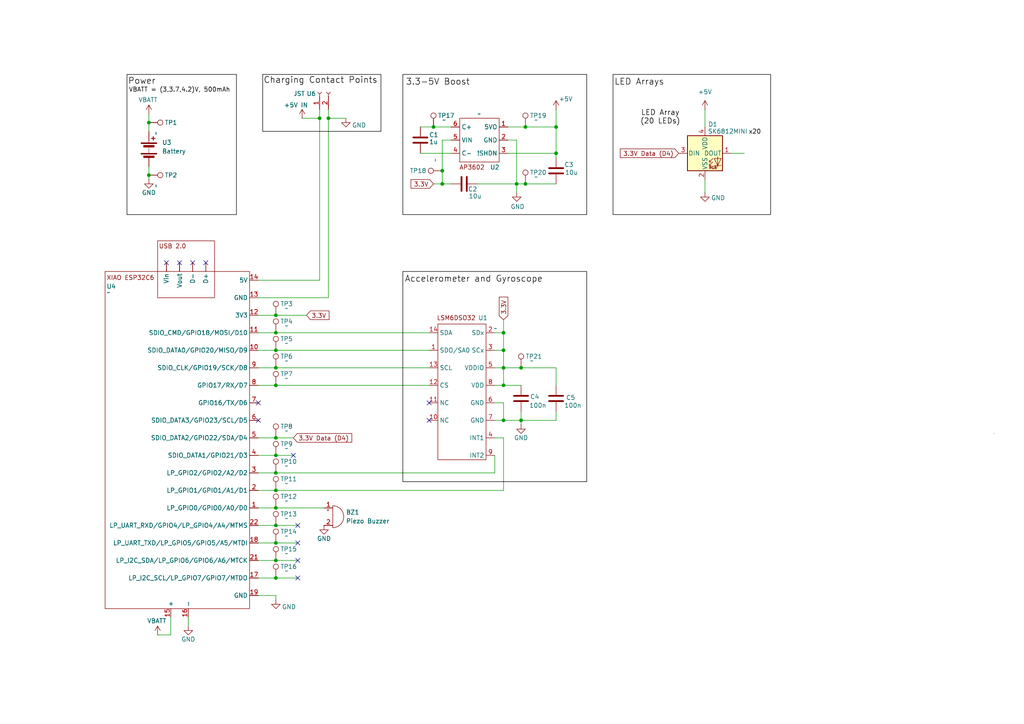
<source format=kicad_sch>
(kicad_sch (version 20231120) (generator "eeschema") (generator_version "8.0")
  (paper "A4")
  (title_block (title "LED20 Updated Schematic") (date "2024-11-06") (rev "3") (company "Team 01") (comment 1 "Schematic of LED20 prototype"))
  (lib_symbols
    (symbol "Connector:Conn_01x02_Socket" (pin_names (offset 1.016) hide)
      (property "Reference" "U6" (at 1.778 1.778 0))
      (property "Value" "JST" (at 5.842 1.778 0))
      (symbol "Conn_01x02_Socket_1_1"
        (arc (start 0 -2.032) (mid -0.5058 -2.54) (end 0 -3.048) (stroke (width 0.1524)))
        (polyline (pts (xy -1.27 -2.54) (xy -0.508 -2.54)) (stroke (width 0.1524)))
        (polyline (pts (xy -1.27 0) (xy -0.508 0)) (stroke (width 0.1524)))
        (arc (start 0 0.508) (mid -0.5058 0) (end 0 -0.508) (stroke (width 0.1524)))
        (pin power_out line (at -5.08 0 0) (length 3.81) (name "+5V_IN") (number "1"))
        (pin power_out line (at -5.08 -2.54 0) (length 3.81) (name "GND") (number "2"))
      )
    )
    (symbol "Connector:TestPoint" (pin_numbers hide) (pin_names (offset 0.762) hide)
      (property "Reference" "TP" (at 0 6.858 0))
      (property "Value" "TestPoint" (at 0 5.08 0))
      (symbol "TestPoint_0_1"
        (circle (center 0 3.302) (radius 0.762))
      )
      (symbol "TestPoint_1_1"
        (pin passive line (at 0 0 90) (length 2.54) (name "1") (number "1"))
      )
    )
    (symbol "Device:Battery" (pin_numbers hide) (pin_names (offset 0) hide)
      (property "Reference" "U3" (at 3.81 1.8416 0))
      (property "Value" "Battery" (at 3.81 -0.6984 0))
      (symbol "Battery_0_1"
        (rectangle (start -2.286 -1.27) (end 2.286 -1.524) (fill (type outline)))
        (rectangle (start -2.286 1.778) (end 2.286 1.524) (fill (type outline)))
        (rectangle (start -1.524 -2.032) (end 1.524 -2.54) (fill (type outline)))
        (rectangle (start -1.524 1.016) (end 1.524 0.508) (fill (type outline)))
        (polyline (pts (xy 0 -1.016) (xy 0 -0.762)))
        (polyline (pts (xy 0 -0.508) (xy 0 -0.254)))
        (polyline (pts (xy 0 0) (xy 0 0.254)))
        (polyline (pts (xy 0 1.778) (xy 0 2.54)))
        (polyline (pts (xy 0.762 3.048) (xy 1.778 3.048)) (stroke (width 0.254)))
        (polyline (pts (xy 1.27 3.556) (xy 1.27 2.54)) (stroke (width 0.254)))
      )
      (symbol "Battery_1_1"
        (pin power_out line (at 0 5.08 270) (length 2.54) (name "+") (number "1"))
        (pin power_out line (at 0 -5.08 90) (length 2.54) (name "-") (number "2"))
      )
    )
    (symbol "Device:Buzzer" (pin_names (offset 0.0254) hide)
      (property "Reference" "BZ" (at 3.81 1.27 0))
      (property "Value" "Buzzer" (at 3.81 -1.27 0))
      (symbol "Buzzer_0_1"
        (arc (start 0 -3.175) (mid 3.1612 0) (end 0 3.175))
        (polyline (pts (xy -1.651 1.905) (xy -1.143 1.905)))
        (polyline (pts (xy -1.397 2.159) (xy -1.397 1.651)))
        (polyline (pts (xy 0 3.175) (xy 0 -3.175)))
      )
      (symbol "Buzzer_1_1"
        (pin passive line (at -2.54 2.54 0) (length 2.54) (name "+") (number "1"))
        (pin passive line (at -2.54 -2.54 0) (length 2.54) (name "-") (number "2"))
      )
    )
    (symbol "Device:C" (pin_numbers hide) (pin_names (offset 0.254))
      (property "Reference" "C" (at 0.635 2.54 0))
      (property "Value" "C" (at 0.635 -2.54 0))
      (symbol "C_0_1"
        (polyline (pts (xy -2.032 -0.762) (xy 2.032 -0.762)) (stroke (width 0.508)))
        (polyline (pts (xy -2.032 0.762) (xy 2.032 0.762)) (stroke (width 0.508)))
      )
      (symbol "C_1_1"
        (pin passive line (at 0 3.81 270) (length 2.794) (name "~") (number "1"))
        (pin passive line (at 0 -3.81 90) (length 2.794) (name "~") (number "2"))
      )
    )
    (symbol "LED20_Library:AP3602"
      (property "Reference" "U" (at 3.302 -14.224 0))
      (symbol "AP3602_0_1"
        (rectangle (start -7.62 0) (end 3.81 -12.7))
      )
      (symbol "AP3602_1_1"
        (text "AP3602" (at -4.064 -14.224 0) (effects (font (size 1.27 1.27))))
        (pin power_out line (at 6.35 -2.54 180) (length 2.54) (name "5VO") (number "1"))
        (pin power_in line (at 6.35 -6.35 180) (length 2.54) (name "GND") (number "2"))
        (pin input line (at 6.35 -10.16 180) (length 2.54) (name "!SHDN") (number "3"))
        (pin input line (at -10.16 -10.16 0) (length 2.54) (name "C-") (number "4"))
        (pin power_in line (at -10.16 -6.35 0) (length 2.54) (name "VIN") (number "5"))
        (pin input line (at -10.16 -2.54 0) (length 2.54) (name "C+") (number "6"))
      )
    )
    (symbol "LED20_Library:LSM6DSO32"
      (property "Reference" "U1" (at 1.524 4.318 0))
      (property "Value" "~" (at 6.0041 1.27 0))
      (symbol "LSM6DSO32_0_1"
        (rectangle (start -10.16 2.54) (end 3.81 -36.83))
      )
      (symbol "LSM6DSO32_1_1"
        (text "LSM6DSO32" (at -4.826 4.318 0) (effects (font (size 1.27 1.27))))
        (pin output line (at -12.7 -5.08 0) (length 2.54) (name "SDO/SA0") (number "1"))
        (pin unspecified line (at -12.7 -25.4 0) (length 2.54) (name "NC") (number "10"))
        (pin unspecified line (at -12.7 -20.32 0) (length 2.54) (name "NC") (number "11"))
        (pin input line (at -12.7 -15.24 0) (length 2.54) (name "CS") (number "12"))
        (pin output line (at -12.7 -10.16 0) (length 2.54) (name "SCL") (number "13"))
        (pin output line (at -12.7 0 0) (length 2.54) (name "SDA") (number "14"))
        (pin power_in line (at 6.35 0 180) (length 2.54) (name "SDx") (number "2"))
        (pin power_in line (at 6.35 -5.08 180) (length 2.54) (name "SCx") (number "3"))
        (pin output line (at 6.35 -30.48 180) (length 2.54) (name "INT1") (number "4"))
        (pin power_in line (at 6.35 -10.16 180) (length 2.54) (name "VDDIO") (number "5"))
        (pin power_in line (at 6.35 -20.32 180) (length 2.54) (name "GND") (number "6"))
        (pin power_in line (at 6.35 -25.4 180) (length 2.54) (name "GND") (number "7"))
        (pin power_in line (at 6.35 -15.24 180) (length 2.54) (name "VDD") (number "8"))
        (pin output line (at 6.35 -35.56 180) (length 2.54) (name "INT2") (number "9"))
      )
    )
    (symbol "LED20_Library:XIAO_ESP32C6"
      (property "Reference" "U4" (at -24.892 28.702 0))
      (property "Value" "~" (at -25.654 26.924 0))
      (symbol "XIAO_ESP32C6_0_1"
        (rectangle (start -26.67 33.02) (end 15.24 -64.77))
        (rectangle (start -11.43 41.91) (end 5.08 25.4))
      )
      (symbol "XIAO_ESP32C6_1_1"
        (text "USB 2.0" (at -7.112 40.386 0) (effects (font (size 1.27 1.27))))
        (text "XIAO ESP32C6" (at -19.304 31.242 0) (effects (font (size 1.27 1.27))))
        (pin bidirectional line (at 2.54 35.56 270) (length 2.54) (name "D+") (number ""))
        (pin bidirectional line (at -1.27 35.56 270) (length 2.54) (name "D-") (number ""))
        (pin power_in line (at -8.89 35.56 270) (length 2.54) (name "Vin") (number ""))
        (pin power_out line (at -5.08 35.56 270) (length 2.54) (name "Vout") (number ""))
        (pin bidirectional line (at 17.78 -35.56 180) (length 2.54) (name "LP_GPIO0/GPIO0/A0/D0") (number "1"))
        (pin bidirectional line (at 17.78 10.16 180) (length 2.54) (name "SDIO_DATA0/GPIO20/MISO/D9") (number "10"))
        (pin bidirectional line (at 17.78 15.24 180) (length 2.54) (name "SDIO_CMD/GPIO18/MOSI/D10") (number "11"))
        (pin power_out line (at 17.78 20.32 180) (length 2.54) (name "3V3") (number "12"))
        (pin power_in line (at 17.78 25.4 180) (length 2.54) (name "GND") (number "13"))
        (pin power_in line (at 17.78 30.48 180) (length 2.54) (name "5V") (number "14"))
        (pin power_in line (at -7.62 -67.31 90) (length 2.54) (name "+") (number "15"))
        (pin power_in line (at -2.54 -67.31 90) (length 2.54) (name "-") (number "16"))
        (pin bidirectional line (at 17.78 -55.88 180) (length 2.54) (name "LP_I2C_SCL/LP_GPIO7/GPIO7/MTDO") (number "17"))
        (pin bidirectional line (at 17.78 -45.72 180) (length 2.54) (name "LP_UART_TXD/LP_GPIO5/GPIO5/A5/MTDI") (number "18"))
        (pin power_in line (at 17.78 -60.96 180) (length 2.54) (name "GND") (number "19"))
        (pin bidirectional line (at 17.78 -30.48 180) (length 2.54) (name "LP_GPIO1/GPIO1/A1/D1") (number "2"))
        (pin bidirectional line (at 17.78 -50.8 180) (length 2.54) (name "LP_I2C_SDA/LP_GPIO6/GPIO6/A6/MTCK") (number "21"))
        (pin bidirectional line (at 17.78 -40.64 180) (length 2.54) (name "LP_UART_RXD/GPIO4/LP_GPIO4/A4/MTMS") (number "22"))
        (pin bidirectional line (at 17.78 -25.4 180) (length 2.54) (name "LP_GPIO2/GPIO2/A2/D2") (number "3"))
        (pin bidirectional line (at 17.78 -20.32 180) (length 2.54) (name "SDIO_DATA1/GPIO21/D3") (number "4"))
        (pin bidirectional line (at 17.78 -15.24 180) (length 2.54) (name "SDIO_DATA2/GPIO22/SDA/D4") (number "5"))
        (pin bidirectional line (at 17.78 -10.16 180) (length 2.54) (name "SDIO_DATA3/GPIO23/SCL/D5") (number "6"))
        (pin bidirectional line (at 17.78 -5.08 180) (length 2.54) (name "GPIO16/TX/D6") (number "7"))
        (pin bidirectional line (at 17.78 0 180) (length 2.54) (name "GPIO17/RX/D7") (number "8"))
        (pin bidirectional line (at 17.78 5.08 180) (length 2.54) (name "SDIO_CLK/GPIO19/SCK/D8") (number "9"))
      )
    )
    (symbol "LED:SK6812MINI" (pin_names (offset 0.254))
      (property "Reference" "D" (at 5.08 5.715 0))
      (property "Value" "SK6812MINI" (at 1.27 -5.715 0))
      (symbol "SK6812MINI_0_0"
        (text "RGB" (at 2.286 -4.191 0) (effects (font (size 0.762 0.762))))
      )
      (symbol "SK6812MINI_0_1"
        (polyline (pts (xy 1.27 -3.556) (xy 1.778 -3.556)))
        (polyline (pts (xy 1.27 -2.54) (xy 1.778 -2.54)))
        (polyline (pts (xy 4.699 -3.556) (xy 2.667 -3.556)))
        (polyline (pts (xy 2.286 -2.54) (xy 1.27 -3.556) (xy 1.27 -3.048)))
        (polyline (pts (xy 2.286 -1.524) (xy 1.27 -2.54) (xy 1.27 -2.032)))
        (polyline (pts (xy 3.683 -1.016) (xy 3.683 -3.556) (xy 3.683 -4.064)))
        (polyline (pts (xy 4.699 -1.524) (xy 2.667 -1.524) (xy 3.683 -3.556) (xy 4.699 -1.524)))
        (rectangle (start 5.08 5.08) (end -5.08 -5.08) (stroke (width 0.254)) (fill (type background)))
      )
      (symbol "SK6812MINI_1_1"
        (pin output line (at 7.62 0 180) (length 2.54) (name "DOUT") (number "1"))
        (pin power_in line (at 0 -7.62 90) (length 2.54) (name "VSS") (number "2"))
        (pin input line (at -7.62 0 0) (length 2.54) (name "DIN") (number "3"))
        (pin power_in line (at 0 7.62 270) (length 2.54) (name "VDD") (number "4"))
      )
    )
    (symbol "power:+5V" (power) (pin_numbers hide) (pin_names (offset 0) hide)
      (property "Value" "+5V" (at 0 3.556 0))
      (symbol "+5V_0_1"
        (polyline (pts (xy -0.762 1.27) (xy 0 2.54)))
        (polyline (pts (xy 0 0) (xy 0 2.54)))
        (polyline (pts (xy 0 2.54) (xy 0.762 1.27)))
      )
      (symbol "+5V_1_1"
        (pin power_in line (at 0 0 90) (length 0) (name "~") (number "1"))
      )
    )
    (symbol "power:+BATT" (power) (pin_numbers hide) (pin_names (offset 0) hide)
      (property "Value" "+BATT" (at 0 3.556 0))
      (symbol "+BATT_0_1"
        (polyline (pts (xy -0.762 1.27) (xy 0 2.54)))
        (polyline (pts (xy 0 0) (xy 0 2.54)))
        (polyline (pts (xy 0 2.54) (xy 0.762 1.27)))
      )
      (symbol "+BATT_1_1"
        (pin power_in line (at 0 0 90) (length 0) (name "~") (number "1"))
      )
    )
    (symbol "power:GND" (power) (pin_numbers hide) (pin_names (offset 0) hide)
      (property "Value" "GND" (at 0 -3.81 0))
      (symbol "GND_0_1"
        (polyline (pts (xy 0 0) (xy 0 -1.27) (xy 1.27 -1.27) (xy 0 -2.54) (xy -1.27 -1.27) (xy 0 -1.27)))
      )
      (symbol "GND_1_1"
        (pin power_in line (at 0 0 270) (length 0) (name "~") (number "1"))
      )
    )
  )
  (junction (at 151.13 121.92))
  (junction (at 146.05 121.92))
  (junction (at 128.27 53.34))
  (junction (at 146.05 106.68))
  (junction (at 92.71 34.29))
  (junction (at 152.4 53.34))
  (junction (at 43.18 35.56))
  (junction (at 80.01 167.64))
  (junction (at 80.01 96.52))
  (junction (at 151.13 106.68))
  (junction (at 149.86 53.34))
  (junction (at 43.18 50.8))
  (junction (at 80.01 106.68))
  (junction (at 146.05 101.6))
  (junction (at 80.01 91.44))
  (junction (at 80.01 142.24))
  (junction (at 80.01 162.56))
  (junction (at 80.01 157.48))
  (junction (at 95.25 34.29))
  (junction (at 161.29 44.45))
  (junction (at 80.01 127))
  (junction (at 152.4 36.83))
  (junction (at 146.05 96.52))
  (junction (at 80.01 137.16))
  (junction (at 80.01 132.08))
  (junction (at 80.01 101.6))
  (junction (at 125.73 36.83))
  (junction (at 128.27 49.53))
  (junction (at 80.01 147.32))
  (junction (at 80.01 111.76))
  (junction (at 161.29 36.83))
  (junction (at 146.05 111.76))
  (junction (at 80.01 152.4))
  (no_connect (at 124.46 116.84))
  (no_connect (at 124.46 121.92))
  (no_connect (at 55.88 76.2))
  (no_connect (at 86.36 152.4))
  (no_connect (at 59.69 76.2))
  (no_connect (at 86.36 162.56))
  (no_connect (at 74.93 116.84))
  (no_connect (at 86.36 167.64))
  (no_connect (at 74.93 121.92))
  (no_connect (at 85.09 132.08))
  (no_connect (at 52.07 76.2))
  (no_connect (at 86.36 157.48))
  (no_connect (at 48.26 76.2))
  (wire (pts (xy 149.86 55.88) (xy 149.86 53.34)))
  (wire (pts (xy 146.05 142.24) (xy 146.05 127)))
  (wire (pts (xy 143.51 132.08) (xy 143.51 137.16)))
  (wire (pts (xy 212.09 44.45) (xy 215.9 44.45)))
  (wire (pts (xy 74.93 86.36) (xy 95.25 86.36)))
  (wire (pts (xy 151.13 121.92) (xy 146.05 121.92)))
  (wire (pts (xy 92.71 34.29) (xy 92.71 81.28)))
  (wire (pts (xy 161.29 45.72) (xy 161.29 44.45)))
  (wire (pts (xy 80.01 137.16) (xy 74.93 137.16)))
  (wire (pts (xy 80.01 152.4) (xy 74.93 152.4)))
  (wire (pts (xy 149.86 53.34) (xy 149.86 40.64)))
  (wire (pts (xy 146.05 127) (xy 143.51 127)))
  (wire (pts (xy 80.01 127) (xy 85.09 127)))
  (wire (pts (xy 161.29 31.75) (xy 161.29 36.83)))
  (wire (pts (xy 146.05 96.52) (xy 146.05 92.71)))
  (wire (pts (xy 143.51 116.84) (xy 146.05 116.84)))
  (wire (pts (xy 86.36 152.4) (xy 80.01 152.4)))
  (wire (pts (xy 80.01 101.6) (xy 124.46 101.6)))
  (wire (pts (xy 80.01 157.48) (xy 74.93 157.48)))
  (wire (pts (xy 87.63 34.29) (xy 92.71 34.29)))
  (wire (pts (xy 143.51 101.6) (xy 146.05 101.6)))
  (wire (pts (xy 143.51 137.16) (xy 80.01 137.16)))
  (wire (pts (xy 146.05 111.76) (xy 151.13 111.76)))
  (wire (pts (xy 152.4 53.34) (xy 149.86 53.34)))
  (wire (pts (xy 80.01 132.08) (xy 85.09 132.08)))
  (wire (pts (xy 143.51 121.92) (xy 146.05 121.92)))
  (wire (pts (xy 204.47 52.07) (xy 204.47 55.88)))
  (wire (pts (xy 86.36 167.64) (xy 80.01 167.64)))
  (wire (pts (xy 74.93 106.68) (xy 80.01 106.68)))
  (wire (pts (xy 74.93 142.24) (xy 80.01 142.24)))
  (wire (pts (xy 128.27 53.34) (xy 130.81 53.34)))
  (wire (pts (xy 43.18 50.8) (xy 43.18 52.07)))
  (wire (pts (xy 74.93 101.6) (xy 80.01 101.6)))
  (wire (pts (xy 74.93 132.08) (xy 80.01 132.08)))
  (wire (pts (xy 95.25 34.29) (xy 100.33 34.29)))
  (wire (pts (xy 95.25 34.29) (xy 95.25 86.36)))
  (wire (pts (xy 95.25 31.75) (xy 95.25 34.29)))
  (wire (pts (xy 143.51 111.76) (xy 146.05 111.76)))
  (wire (pts (xy 143.51 96.52) (xy 146.05 96.52)))
  (wire (pts (xy 43.18 48.26) (xy 43.18 50.8)))
  (wire (pts (xy 151.13 123.19) (xy 151.13 121.92)))
  (wire (pts (xy 161.29 111.76) (xy 161.29 106.68)))
  (wire (pts (xy 80.01 142.24) (xy 146.05 142.24)))
  (wire (pts (xy 146.05 111.76) (xy 146.05 106.68)))
  (wire (pts (xy 130.81 40.64) (xy 128.27 40.64)))
  (wire (pts (xy 80.01 167.64) (xy 74.93 167.64)))
  (wire (pts (xy 146.05 106.68) (xy 151.13 106.68)))
  (wire (pts (xy 86.36 162.56) (xy 80.01 162.56)))
  (wire (pts (xy 92.71 31.75) (xy 92.71 34.29)))
  (wire (pts (xy 80.01 91.44) (xy 88.9 91.44)))
  (wire (pts (xy 138.43 53.34) (xy 149.86 53.34)))
  (wire (pts (xy 125.73 36.83) (xy 130.81 36.83)))
  (wire (pts (xy 54.61 179.07) (xy 54.61 181.61)))
  (wire (pts (xy 147.32 40.64) (xy 149.86 40.64)))
  (wire (pts (xy 80.01 106.68) (xy 124.46 106.68)))
  (wire (pts (xy 147.32 36.83) (xy 152.4 36.83)))
  (wire (pts (xy 151.13 121.92) (xy 161.29 121.92)))
  (wire (pts (xy 128.27 49.53) (xy 128.27 53.34)))
  (wire (pts (xy 74.93 96.52) (xy 80.01 96.52)))
  (wire (pts (xy 49.53 179.07) (xy 49.53 184.15)))
  (wire (pts (xy 80.01 162.56) (xy 74.93 162.56)))
  (wire (pts (xy 43.18 35.56) (xy 43.18 38.1)))
  (wire (pts (xy 45.72 184.15) (xy 49.53 184.15)))
  (wire (pts (xy 74.93 111.76) (xy 80.01 111.76)))
  (wire (pts (xy 146.05 106.68) (xy 146.05 101.6)))
  (wire (pts (xy 161.29 53.34) (xy 152.4 53.34)))
  (wire (pts (xy 152.4 36.83) (xy 161.29 36.83)))
  (wire (pts (xy 151.13 119.38) (xy 151.13 121.92)))
  (wire (pts (xy 121.92 36.83) (xy 125.73 36.83)))
  (wire (pts (xy 128.27 40.64) (xy 128.27 49.53)))
  (wire (pts (xy 80.01 147.32) (xy 93.98 147.32)))
  (wire (pts (xy 74.93 147.32) (xy 80.01 147.32)))
  (wire (pts (xy 151.13 106.68) (xy 161.29 106.68)))
  (wire (pts (xy 143.51 106.68) (xy 146.05 106.68)))
  (wire (pts (xy 74.93 172.72) (xy 80.01 172.72)))
  (wire (pts (xy 146.05 116.84) (xy 146.05 121.92)))
  (wire (pts (xy 74.93 81.28) (xy 92.71 81.28)))
  (wire (pts (xy 204.47 31.75) (xy 204.47 36.83)))
  (wire (pts (xy 74.93 91.44) (xy 80.01 91.44)))
  (wire (pts (xy 80.01 172.72) (xy 80.01 173.99)))
  (wire (pts (xy 86.36 157.48) (xy 80.01 157.48)))
  (wire (pts (xy 80.01 96.52) (xy 124.46 96.52)))
  (wire (pts (xy 161.29 119.38) (xy 161.29 121.92)))
  (wire (pts (xy 43.18 33.02) (xy 43.18 35.56)))
  (wire (pts (xy 146.05 101.6) (xy 146.05 96.52)))
  (wire (pts (xy 121.92 44.45) (xy 130.81 44.45)))
  (wire (pts (xy 147.32 44.45) (xy 161.29 44.45)))
  (wire (pts (xy 74.93 127) (xy 80.01 127)))
  (wire (pts (xy 80.01 111.76) (xy 124.46 111.76)))
  (wire (pts (xy 161.29 36.83) (xy 161.29 44.45)))
  (wire (pts (xy 125.73 53.34) (xy 128.27 53.34)))
  (rectangle (start 116.84 78.74) (end 170.18 139.7) (stroke (width 0) (color 0 0 0 1)))
  (rectangle (start 76.2 21.59) (end 110.49 38.1) (stroke (width 0) (color 0 0 0 1)))
  (rectangle (start 177.8 21.59) (end 223.52 62.23) (stroke (width 0) (color 0 0 0 1)))
  (rectangle (start 116.84 21.59) (end 170.18 62.23) (stroke (width 0) (color 0 0 0 1)))
  (rectangle (start 288.29 125.73) (end 288.29 125.73))
  (rectangle (start 36.83 21.59) (end 68.58 62.23) (stroke (width 0) (color 0 0 0 1)))
  (text "Charging Contact Points\n" (at 92.964 23.368 0) (effects (font (size 1.778 1.778))))
  (text "3.3-5V Boost" (at 127 23.876 0) (effects (font (size 1.778 1.778))))
  (text "VBATT = (3,3.7,4.2)V, 500mAh" (at 52.07 26.162 0) (effects (font (size 1.27 1.27))))
  (text "LED Arrays" (at 185.42 23.876 0) (effects (font (size 1.778 1.778))))
  (text "Power" (at 41.148 23.622 0) (effects (font (size 1.778 1.778))))
  (text "Accelerometer and Gyroscope\n" (at 137.414 81.026 0) (effects (font (size 1.778 1.778))))
  (text "LED Array\n(20 LEDs)" (at 191.516 34.036 0) (effects (font (size 1.524 1.524))))
  (text "x20" (at 218.948 38.354 0) (effects (font (size 1.27 1.27))))
  (global_label "3.3V" (shape input) (at 146.05 92.71 90) (property "Intersheetrefs" "${INTERSHEET_REFS}" (effects (hide yes))))
  (global_label "3.3V" (shape input) (at 125.73 53.34 180) (property "Intersheetrefs" "${INTERSHEET_REFS}" (effects (hide yes))))
  (global_label "3.3V Data (D4)" (shape input) (at 196.85 44.45 180) (property "Intersheetrefs" "${INTERSHEET_REFS}" (effects (hide yes))))
  (global_label "3.3V Data (D4)" (shape input) (at 85.09 127 0) (property "Intersheetrefs" "${INTERSHEET_REFS}" (effects (hide yes))))
  (global_label "3.3V" (shape input) (at 88.9 91.44 0) (property "Intersheetrefs" "${INTERSHEET_REFS}" (effects (hide yes))))
  (symbol (lib_id "Connector:TestPoint") (at 80.01 137.16 0) (unit 1)
    (property "Reference" "TP10" (at 81.28 133.858 0) (effects (justify left)))
    (property "Value" "~" (at 82.55 135.128 0) (effects (justify left)))
    (property "Footprint" "TestPoint:TestPoint_Pad_D1.0mm" (effects (hide yes)))
    (property "Description" "test point" (effects (hide yes)))
  )
  (symbol (lib_id "Connector:TestPoint") (at 80.01 101.6 0) (unit 1)
    (property "Reference" "TP5" (at 81.28 98.298 0) (effects (justify left)))
    (property "Value" "~" (at 82.55 99.568 0) (effects (justify left)))
    (property "Footprint" "TestPoint:TestPoint_Pad_D1.0mm" (effects (hide yes)))
    (property "Description" "test point" (effects (hide yes)))
  )
  (symbol (lib_id "power:+5V") (at 161.29 31.75 0) (unit 1)
    (property "Reference" "#PWR05" (effects (hide yes)))
    (property "Value" "+5V" (at 164.084 28.702 0))
    (property "Description" "Power symbol creates a global label with name \"+5V\"" (effects (hide yes)))
  )
  (symbol (lib_id "Connector:TestPoint") (at 128.27 49.53 90) (unit 1)
    (property "Reference" "TP18" (at 123.698 49.53 90) (effects (justify left)))
    (property "Value" "~" (at 126.238 46.99 0) (effects (justify left)))
    (property "Footprint" "TestPoint:TestPoint_Pad_D1.0mm" (effects (hide yes)))
    (property "Description" "test point" (effects (hide yes)))
  )
  (symbol (lib_id "Device:C") (at 161.29 115.57 180) (unit 1)
    (property "Reference" "C5" (at 166.878 115.316 0) (effects (justify left)))
    (property "Value" "100n" (at 168.656 117.602 0) (effects (justify left)))
    (property "Footprint" "Capacitor_SMD:C_0603_1608Metric" (effects (hide yes)))
    (property "Description" "Unpolarized capacitor" (effects (hide yes)))
  )
  (symbol (lib_id "Device:C") (at 121.92 40.64 0) (unit 1)
    (property "Reference" "C1" (at 124.46 39.116 0) (effects (justify left)))
    (property "Value" "1u" (at 124.46 41.148 0) (effects (justify left)))
    (property "Footprint" "Capacitor_SMD:C_0603_1608Metric" (effects (hide yes)))
    (property "Description" "Unpolarized capacitor" (effects (hide yes)))
  )
  (symbol (lib_id "power:+5V") (at 204.47 31.75 0) (unit 1)
    (property "Reference" "#PWR08" (effects (hide yes)))
    (property "Value" "+5V" (at 204.47 26.67 0))
    (property "Description" "Power symbol creates a global label with name \"+5V\"" (effects (hide yes)))
  )
  (symbol (lib_id "Connector:TestPoint") (at 80.01 167.64 0) (unit 1)
    (property "Reference" "TP16" (at 81.28 164.338 0) (effects (justify left)))
    (property "Value" "~" (at 82.55 165.608 0) (effects (justify left)))
    (property "Footprint" "TestPoint:TestPoint_Pad_D1.0mm" (effects (hide yes)))
    (property "Description" "test point" (effects (hide yes)))
  )
  (symbol (lib_id "Device:C") (at 161.29 49.53 180) (unit 1)
    (property "Reference" "C3" (at 166.37 47.752 0) (effects (justify left)))
    (property "Value" "10u" (at 167.64 50.038 0) (effects (justify left)))
    (property "Footprint" "Capacitor_SMD:C_0603_1608Metric" (effects (hide yes)))
    (property "Description" "Unpolarized capacitor" (effects (hide yes)))
  )
  (symbol (lib_id "power:GND") (at 93.98 152.4 0) (unit 1)
    (property "Reference" "#PWR015" (effects (hide yes)))
    (property "Value" "GND" (at 93.98 156.21 0))
    (property "Description" "Power symbol creates a global label with name \"GND\" , ground" (effects (hide yes)))
  )
  (symbol (lib_id "Connector:TestPoint") (at 80.01 147.32 0) (unit 1)
    (property "Reference" "TP12" (at 81.28 144.018 0) (effects (justify left)))
    (property "Value" "~" (at 82.55 145.288 0) (effects (justify left)))
    (property "Footprint" "TestPoint:TestPoint_Pad_D1.0mm" (effects (hide yes)))
    (property "Description" "test point" (effects (hide yes)))
  )
  (symbol (lib_id "Connector:Conn_01x02_Socket") (at 92.71 26.67 90) (unit 1)
    (property "Reference" "U6" (at 88.9 27.178 90) (effects (justify right)))
    (property "Value" "JST" (at 85.09 27.178 90) (effects (justify right)))
    (property "Footprint" "Connector_JST:JST_PH_B2B-PH-K_1x02_P2.00mm_Vertical" (effects (hide yes)))
    (property "Description" "Generic connector, single row, 01x02, script generated" (effects (hide yes)))
  )
  (symbol (lib_id "Connector:TestPoint") (at 80.01 157.48 0) (unit 1)
    (property "Reference" "TP14" (at 81.28 154.178 0) (effects (justify left)))
    (property "Value" "~" (at 82.55 155.448 0) (effects (justify left)))
    (property "Footprint" "TestPoint:TestPoint_Pad_D1.0mm" (effects (hide yes)))
    (property "Description" "test point" (effects (hide yes)))
  )
  (symbol (lib_id "power:GND") (at 204.47 55.88 0) (unit 1)
    (property "Reference" "#PWR010" (effects (hide yes)))
    (property "Value" "GND" (at 208.28 57.404 0))
    (property "Description" "Power symbol creates a global label with name \"GND\" , ground" (effects (hide yes)))
  )
  (symbol (lib_id "power:GND") (at 80.01 173.99 0) (unit 1)
    (property "Reference" "#PWR06" (effects (hide yes)))
    (property "Value" "GND" (at 83.82 176.022 0))
    (property "Description" "Power symbol creates a global label with name \"GND\" , ground" (effects (hide yes)))
  )
  (symbol (lib_id "power:GND") (at 100.33 34.29 0) (unit 1)
    (property "Reference" "#PWR07" (effects (hide yes)))
    (property "Value" "GND" (at 104.14 36.322 0))
    (property "Description" "Power symbol creates a global label with name \"GND\" , ground" (effects (hide yes)))
  )
  (symbol (lib_id "Connector:TestPoint") (at 80.01 127 0) (unit 1)
    (property "Reference" "TP8" (at 81.28 123.698 0) (effects (justify left)))
    (property "Value" "~" (at 82.55 124.968 0) (effects (justify left)))
    (property "Footprint" "TestPoint:TestPoint_Pad_D1.0mm" (effects (hide yes)))
    (property "Description" "test point" (effects (hide yes)))
  )
  (symbol (lib_id "power:+BATT") (at 45.72 184.15 0) (unit 1)
    (property "Reference" "#PWR03" (effects (hide yes)))
    (property "Value" "VBATT" (at 45.466 180.086 0))
    (property "Description" "Power symbol creates a global label with name \"+BATT\"" (effects (hide yes)))
  )
  (symbol (lib_id "power:GND") (at 43.18 52.07 0) (unit 1)
    (property "Reference" "#PWR01" (effects (hide yes)))
    (property "Value" "GND" (at 43.18 55.88 0))
    (property "Description" "Power symbol creates a global label with name \"GND\" , ground" (effects (hide yes)))
  )
  (symbol (lib_id "LED20_Library:LSM6DSO32") (at 137.16 96.52 0) (unit 1)
    (property "Reference" "U1" (at 138.684 92.202 0) (effects (justify left)))
    (property "Value" "~" (at 143.1641 95.25 0) (effects (justify left)))
    (property "Footprint" "Led20:LGA-14L_2P5X3X0P83_STM-L" (effects (hide yes)))
  )
  (symbol (lib_id "Connector:TestPoint") (at 80.01 152.4 0) (unit 1)
    (property "Reference" "TP13" (at 81.28 149.098 0) (effects (justify left)))
    (property "Value" "~" (at 82.55 150.368 0) (effects (justify left)))
    (property "Footprint" "TestPoint:TestPoint_Pad_D1.0mm" (effects (hide yes)))
    (property "Description" "test point" (effects (hide yes)))
  )
  (symbol (lib_id "power:+BATT") (at 87.63 34.29 0) (mirror y) (unit 1)
    (property "Reference" "#PWR011" (effects (hide yes)))
    (property "Value" "+5V IN" (at 85.852 30.48 0))
    (property "Description" "Power symbol creates a global label with name \"+BATT\"" (effects (hide yes)))
  )
  (symbol (lib_id "power:GND") (at 54.61 181.61 0) (unit 1)
    (property "Reference" "#PWR04" (effects (hide yes)))
    (property "Value" "GND" (at 54.61 185.42 0))
    (property "Description" "Power symbol creates a global label with name \"GND\" , ground" (effects (hide yes)))
  )
  (symbol (lib_id "Connector:TestPoint") (at 80.01 106.68 0) (unit 1)
    (property "Reference" "TP6" (at 81.28 103.378 0) (effects (justify left)))
    (property "Value" "~" (at 82.55 104.648 0) (effects (justify left)))
    (property "Footprint" "TestPoint:TestPoint_Pad_D1.0mm" (effects (hide yes)))
    (property "Description" "test point" (effects (hide yes)))
  )
  (symbol (lib_id "Connector:TestPoint") (at 152.4 36.83 0) (unit 1)
    (property "Reference" "TP19" (at 153.67 33.528 0) (effects (justify left)))
    (property "Value" "~" (at 154.94 34.798 0) (effects (justify left)))
    (property "Footprint" "TestPoint:TestPoint_Pad_D1.0mm" (effects (hide yes)))
    (property "Description" "test point" (effects (hide yes)))
  )
  (symbol (lib_id "power:GND") (at 151.13 123.19 0) (unit 1)
    (property "Reference" "#PWR014" (effects (hide yes)))
    (property "Value" "GND" (at 151.13 127 0))
    (property "Description" "Power symbol creates a global label with name \"GND\" , ground" (effects (hide yes)))
  )
  (symbol (lib_id "Device:Buzzer") (at 96.52 149.86 0) (unit 1)
    (property "Reference" "BZ1" (at 100.33 148.5899 0) (effects (justify left)))
    (property "Value" "Piezo Buzzer" (at 100.33 151.1299 0) (effects (justify left)))
    (property "Footprint" "Buzzer_Beeper:Buzzer_12x9.5RM7.6" (effects (hide yes)))
    (property "Description" "Buzzer, polarized" (effects (hide yes)))
  )
  (symbol (lib_id "Connector:TestPoint") (at 152.4 53.34 0) (unit 1)
    (property "Reference" "TP20" (at 153.67 50.038 0) (effects (justify left)))
    (property "Value" "~" (at 154.94 51.308 0) (effects (justify left)))
    (property "Footprint" "TestPoint:TestPoint_Pad_D1.0mm" (effects (hide yes)))
    (property "Description" "test point" (effects (hide yes)))
  )
  (symbol (lib_id "Connector:TestPoint") (at 80.01 111.76 0) (unit 1)
    (property "Reference" "TP7" (at 81.28 108.458 0) (effects (justify left)))
    (property "Value" "~" (at 82.55 109.728 0) (effects (justify left)))
    (property "Footprint" "TestPoint:TestPoint_Pad_D1.0mm" (effects (hide yes)))
    (property "Description" "test point" (effects (hide yes)))
  )
  (symbol (lib_id "LED20_Library:XIAO_ESP32C6") (at 57.15 111.76 0) (unit 1)
    (property "Reference" "U4" (at 32.258 83.058 0))
    (property "Value" "~" (at 31.496 84.836 0))
    (property "Footprint" "Led20:XIAO-ESP32-C6-SMD" (effects (hide yes)))
  )
  (symbol (lib_id "Connector:TestPoint") (at 43.18 35.56 270) (unit 1)
    (property "Reference" "TP1" (at 47.752 35.56 90) (effects (justify left)))
    (property "Value" "~" (at 45.212 38.1 0) (effects (justify left)))
    (property "Footprint" "TestPoint:TestPoint_Pad_D1.0mm" (effects (hide yes)))
    (property "Description" "test point" (effects (hide yes)))
  )
  (symbol (lib_id "power:+BATT") (at 43.18 33.02 0) (unit 1)
    (property "Reference" "#PWR02" (effects (hide yes)))
    (property "Value" "VBATT" (at 42.926 28.956 0))
    (property "Description" "Power symbol creates a global label with name \"+BATT\"" (effects (hide yes)))
  )
  (symbol (lib_id "Device:Battery") (at 43.18 43.18 0) (unit 1)
    (property "Reference" "U3" (at 46.99 41.3384 0) (effects (justify left)))
    (property "Value" "Battery" (at 46.99 43.8784 0) (effects (justify left)))
    (property "Footprint" "Connector_JST:JST_PH_B2B-PH-K_1x02_P2.00mm_Vertical" (effects (hide yes)))
    (property "Description" "Multiple-cell battery" (effects (hide yes)))
  )
  (symbol (lib_id "Connector:TestPoint") (at 151.13 106.68 0) (unit 1)
    (property "Reference" "TP21" (at 152.4 103.378 0) (effects (justify left)))
    (property "Value" "~" (at 153.67 104.648 0) (effects (justify left)))
    (property "Footprint" "TestPoint:TestPoint_Pad_D1.0mm" (effects (hide yes)))
    (property "Description" "test point" (effects (hide yes)))
  )
  (symbol (lib_id "Connector:TestPoint") (at 125.73 36.83 0) (unit 1)
    (property "Reference" "TP17" (at 127 33.528 0) (effects (justify left)))
    (property "Value" "~" (at 128.27 34.798 0) (effects (justify left)))
    (property "Footprint" "TestPoint:TestPoint_Pad_D1.0mm" (effects (hide yes)))
    (property "Description" "test point" (effects (hide yes)))
  )
  (symbol (lib_id "Connector:TestPoint") (at 80.01 142.24 0) (unit 1)
    (property "Reference" "TP11" (at 81.28 138.938 0) (effects (justify left)))
    (property "Value" "~" (at 82.55 140.208 0) (effects (justify left)))
    (property "Footprint" "TestPoint:TestPoint_Pad_D1.0mm" (effects (hide yes)))
    (property "Description" "test point" (effects (hide yes)))
  )
  (symbol (lib_id "LED:SK6812MINI") (at 204.47 44.45 0) (unit 1)
    (property "Reference" "D1" (at 206.756 36.068 0))
    (property "Value" "SK6812MINI" (at 211.074 38.1 0))
    (property "Footprint" "LED_SMD:LED_SK6812MINI_PLCC4_3.5x3.5mm_P1.75mm" (effects (hide yes)))
    (property "Datasheet" "https://cdn-shop.adafruit.com/product-files/2686/SK6812MINI_REV.01-1-2.pdf" (effects (hide yes)))
    (property "Description" "RGB LED with integrated controller" (effects (hide yes)))
  )
  (symbol (lib_id "Connector:TestPoint") (at 43.18 50.8 270) (unit 1)
    (property "Reference" "TP2" (at 47.752 50.8 90) (effects (justify left)))
    (property "Value" "~" (at 45.212 53.34 0) (effects (justify left)))
    (property "Footprint" "TestPoint:TestPoint_Pad_D1.0mm" (effects (hide yes)))
    (property "Description" "test point" (effects (hide yes)))
  )
  (symbol (lib_id "Device:C") (at 134.62 53.34 90) (unit 1)
    (property "Reference" "C2" (at 138.43 54.864 90) (effects (justify left)))
    (property "Value" "10u" (at 139.7 56.896 90) (effects (justify left)))
    (property "Footprint" "Capacitor_SMD:C_0603_1608Metric" (effects (hide yes)))
    (property "Description" "Unpolarized capacitor" (effects (hide yes)))
  )
  (symbol (lib_id "LED20_Library:AP3602") (at 140.97 34.29 0) (unit 1)
    (property "Reference" "U2" (at 143.51 48.514 0))
    (property "Value" "~" (at 138.9882 33.02 0))
    (property "Footprint" "Led20:ChargePump" (effects (hide yes)))
  )
  (symbol (lib_id "Connector:TestPoint") (at 80.01 91.44 0) (unit 1)
    (property "Reference" "TP3" (at 81.28 88.138 0) (effects (justify left)))
    (property "Value" "~" (at 82.55 89.408 0) (effects (justify left)))
    (property "Footprint" "TestPoint:TestPoint_Pad_D1.0mm" (effects (hide yes)))
    (property "Description" "test point" (effects (hide yes)))
  )
  (symbol (lib_id "Connector:TestPoint") (at 80.01 132.08 0) (unit 1)
    (property "Reference" "TP9" (at 81.28 128.778 0) (effects (justify left)))
    (property "Value" "~" (at 82.55 130.048 0) (effects (justify left)))
    (property "Footprint" "TestPoint:TestPoint_Pad_D1.0mm" (effects (hide yes)))
    (property "Description" "test point" (effects (hide yes)))
  )
  (symbol (lib_id "Connector:TestPoint") (at 80.01 162.56 0) (unit 1)
    (property "Reference" "TP15" (at 81.28 159.258 0) (effects (justify left)))
    (property "Value" "~" (at 82.55 160.528 0) (effects (justify left)))
    (property "Footprint" "TestPoint:TestPoint_Pad_D1.0mm" (effects (hide yes)))
    (property "Description" "test point" (effects (hide yes)))
  )
  (symbol (lib_id "power:GND") (at 149.86 55.88 0) (unit 1)
    (property "Reference" "#PWR09" (effects (hide yes)))
    (property "Value" "GND" (at 150.114 59.944 0))
    (property "Description" "Power symbol creates a global label with name \"GND\" , ground" (effects (hide yes)))
  )
  (symbol (lib_id "Connector:TestPoint") (at 80.01 96.52 0) (unit 1)
    (property "Reference" "TP4" (at 81.28 93.218 0) (effects (justify left)))
    (property "Value" "~" (at 82.55 94.488 0) (effects (justify left)))
    (property "Footprint" "TestPoint:TestPoint_Pad_D1.0mm" (effects (hide yes)))
    (property "Description" "test point" (effects (hide yes)))
  )
  (symbol (lib_id "Device:C") (at 151.13 115.57 180) (unit 1)
    (property "Reference" "C4" (at 156.464 115.062 0) (effects (justify left)))
    (property "Value" "100n" (at 158.496 117.602 0) (effects (justify left)))
    (property "Footprint" "Capacitor_SMD:C_0603_1608Metric" (effects (hide yes)))
    (property "Description" "Unpolarized capacitor" (effects (hide yes)))
  )
)
</source>
